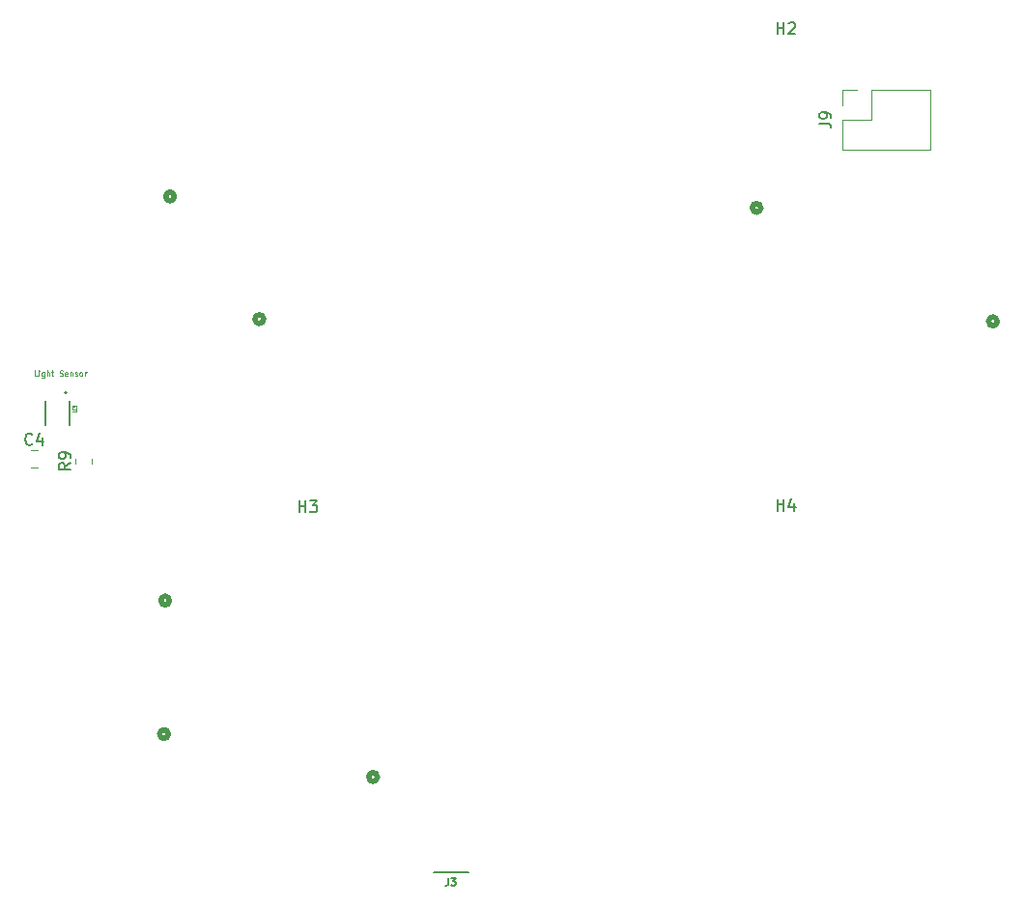
<source format=gbr>
%TF.GenerationSoftware,KiCad,Pcbnew,8.0.1*%
%TF.CreationDate,2024-04-03T12:02:44-06:00*%
%TF.ProjectId,weather_station_pico,77656174-6865-4725-9f73-746174696f6e,rev?*%
%TF.SameCoordinates,Original*%
%TF.FileFunction,Legend,Top*%
%TF.FilePolarity,Positive*%
%FSLAX46Y46*%
G04 Gerber Fmt 4.6, Leading zero omitted, Abs format (unit mm)*
G04 Created by KiCad (PCBNEW 8.0.1) date 2024-04-03 12:02:44*
%MOMM*%
%LPD*%
G01*
G04 APERTURE LIST*
%ADD10C,0.100000*%
%ADD11C,0.150000*%
%ADD12C,0.080000*%
%ADD13C,0.508000*%
%ADD14C,0.120000*%
%ADD15C,0.127000*%
%ADD16C,0.200000*%
G04 APERTURE END LIST*
D10*
X102667931Y-99633609D02*
X102429836Y-99633609D01*
X102429836Y-99633609D02*
X102429836Y-99133609D01*
X102834598Y-99633609D02*
X102834598Y-99300276D01*
X102834598Y-99133609D02*
X102810789Y-99157419D01*
X102810789Y-99157419D02*
X102834598Y-99181228D01*
X102834598Y-99181228D02*
X102858408Y-99157419D01*
X102858408Y-99157419D02*
X102834598Y-99133609D01*
X102834598Y-99133609D02*
X102834598Y-99181228D01*
X103286979Y-99300276D02*
X103286979Y-99705038D01*
X103286979Y-99705038D02*
X103263169Y-99752657D01*
X103263169Y-99752657D02*
X103239360Y-99776466D01*
X103239360Y-99776466D02*
X103191741Y-99800276D01*
X103191741Y-99800276D02*
X103120312Y-99800276D01*
X103120312Y-99800276D02*
X103072693Y-99776466D01*
X103286979Y-99609800D02*
X103239360Y-99633609D01*
X103239360Y-99633609D02*
X103144122Y-99633609D01*
X103144122Y-99633609D02*
X103096503Y-99609800D01*
X103096503Y-99609800D02*
X103072693Y-99585990D01*
X103072693Y-99585990D02*
X103048884Y-99538371D01*
X103048884Y-99538371D02*
X103048884Y-99395514D01*
X103048884Y-99395514D02*
X103072693Y-99347895D01*
X103072693Y-99347895D02*
X103096503Y-99324085D01*
X103096503Y-99324085D02*
X103144122Y-99300276D01*
X103144122Y-99300276D02*
X103239360Y-99300276D01*
X103239360Y-99300276D02*
X103286979Y-99324085D01*
X103525074Y-99633609D02*
X103525074Y-99133609D01*
X103739360Y-99633609D02*
X103739360Y-99371704D01*
X103739360Y-99371704D02*
X103715550Y-99324085D01*
X103715550Y-99324085D02*
X103667931Y-99300276D01*
X103667931Y-99300276D02*
X103596503Y-99300276D01*
X103596503Y-99300276D02*
X103548884Y-99324085D01*
X103548884Y-99324085D02*
X103525074Y-99347895D01*
X103906027Y-99300276D02*
X104096503Y-99300276D01*
X103977455Y-99133609D02*
X103977455Y-99562180D01*
X103977455Y-99562180D02*
X104001265Y-99609800D01*
X104001265Y-99609800D02*
X104048884Y-99633609D01*
X104048884Y-99633609D02*
X104096503Y-99633609D01*
X104620312Y-99609800D02*
X104691740Y-99633609D01*
X104691740Y-99633609D02*
X104810788Y-99633609D01*
X104810788Y-99633609D02*
X104858407Y-99609800D01*
X104858407Y-99609800D02*
X104882216Y-99585990D01*
X104882216Y-99585990D02*
X104906026Y-99538371D01*
X104906026Y-99538371D02*
X104906026Y-99490752D01*
X104906026Y-99490752D02*
X104882216Y-99443133D01*
X104882216Y-99443133D02*
X104858407Y-99419323D01*
X104858407Y-99419323D02*
X104810788Y-99395514D01*
X104810788Y-99395514D02*
X104715550Y-99371704D01*
X104715550Y-99371704D02*
X104667931Y-99347895D01*
X104667931Y-99347895D02*
X104644121Y-99324085D01*
X104644121Y-99324085D02*
X104620312Y-99276466D01*
X104620312Y-99276466D02*
X104620312Y-99228847D01*
X104620312Y-99228847D02*
X104644121Y-99181228D01*
X104644121Y-99181228D02*
X104667931Y-99157419D01*
X104667931Y-99157419D02*
X104715550Y-99133609D01*
X104715550Y-99133609D02*
X104834597Y-99133609D01*
X104834597Y-99133609D02*
X104906026Y-99157419D01*
X105310787Y-99609800D02*
X105263168Y-99633609D01*
X105263168Y-99633609D02*
X105167930Y-99633609D01*
X105167930Y-99633609D02*
X105120311Y-99609800D01*
X105120311Y-99609800D02*
X105096502Y-99562180D01*
X105096502Y-99562180D02*
X105096502Y-99371704D01*
X105096502Y-99371704D02*
X105120311Y-99324085D01*
X105120311Y-99324085D02*
X105167930Y-99300276D01*
X105167930Y-99300276D02*
X105263168Y-99300276D01*
X105263168Y-99300276D02*
X105310787Y-99324085D01*
X105310787Y-99324085D02*
X105334597Y-99371704D01*
X105334597Y-99371704D02*
X105334597Y-99419323D01*
X105334597Y-99419323D02*
X105096502Y-99466942D01*
X105548882Y-99300276D02*
X105548882Y-99633609D01*
X105548882Y-99347895D02*
X105572692Y-99324085D01*
X105572692Y-99324085D02*
X105620311Y-99300276D01*
X105620311Y-99300276D02*
X105691739Y-99300276D01*
X105691739Y-99300276D02*
X105739358Y-99324085D01*
X105739358Y-99324085D02*
X105763168Y-99371704D01*
X105763168Y-99371704D02*
X105763168Y-99633609D01*
X105977454Y-99609800D02*
X106025073Y-99633609D01*
X106025073Y-99633609D02*
X106120311Y-99633609D01*
X106120311Y-99633609D02*
X106167930Y-99609800D01*
X106167930Y-99609800D02*
X106191739Y-99562180D01*
X106191739Y-99562180D02*
X106191739Y-99538371D01*
X106191739Y-99538371D02*
X106167930Y-99490752D01*
X106167930Y-99490752D02*
X106120311Y-99466942D01*
X106120311Y-99466942D02*
X106048882Y-99466942D01*
X106048882Y-99466942D02*
X106001263Y-99443133D01*
X106001263Y-99443133D02*
X105977454Y-99395514D01*
X105977454Y-99395514D02*
X105977454Y-99371704D01*
X105977454Y-99371704D02*
X106001263Y-99324085D01*
X106001263Y-99324085D02*
X106048882Y-99300276D01*
X106048882Y-99300276D02*
X106120311Y-99300276D01*
X106120311Y-99300276D02*
X106167930Y-99324085D01*
X106477454Y-99633609D02*
X106429835Y-99609800D01*
X106429835Y-99609800D02*
X106406025Y-99585990D01*
X106406025Y-99585990D02*
X106382216Y-99538371D01*
X106382216Y-99538371D02*
X106382216Y-99395514D01*
X106382216Y-99395514D02*
X106406025Y-99347895D01*
X106406025Y-99347895D02*
X106429835Y-99324085D01*
X106429835Y-99324085D02*
X106477454Y-99300276D01*
X106477454Y-99300276D02*
X106548882Y-99300276D01*
X106548882Y-99300276D02*
X106596501Y-99324085D01*
X106596501Y-99324085D02*
X106620311Y-99347895D01*
X106620311Y-99347895D02*
X106644120Y-99395514D01*
X106644120Y-99395514D02*
X106644120Y-99538371D01*
X106644120Y-99538371D02*
X106620311Y-99585990D01*
X106620311Y-99585990D02*
X106596501Y-99609800D01*
X106596501Y-99609800D02*
X106548882Y-99633609D01*
X106548882Y-99633609D02*
X106477454Y-99633609D01*
X106858406Y-99633609D02*
X106858406Y-99300276D01*
X106858406Y-99395514D02*
X106882216Y-99347895D01*
X106882216Y-99347895D02*
X106906025Y-99324085D01*
X106906025Y-99324085D02*
X106953644Y-99300276D01*
X106953644Y-99300276D02*
X107001263Y-99300276D01*
D11*
X167538095Y-69654819D02*
X167538095Y-68654819D01*
X167538095Y-69131009D02*
X168109523Y-69131009D01*
X168109523Y-69654819D02*
X168109523Y-68654819D01*
X168538095Y-68750057D02*
X168585714Y-68702438D01*
X168585714Y-68702438D02*
X168680952Y-68654819D01*
X168680952Y-68654819D02*
X168919047Y-68654819D01*
X168919047Y-68654819D02*
X169014285Y-68702438D01*
X169014285Y-68702438D02*
X169061904Y-68750057D01*
X169061904Y-68750057D02*
X169109523Y-68845295D01*
X169109523Y-68845295D02*
X169109523Y-68940533D01*
X169109523Y-68940533D02*
X169061904Y-69083390D01*
X169061904Y-69083390D02*
X168490476Y-69654819D01*
X168490476Y-69654819D02*
X169109523Y-69654819D01*
X171229819Y-77503333D02*
X171944104Y-77503333D01*
X171944104Y-77503333D02*
X172086961Y-77550952D01*
X172086961Y-77550952D02*
X172182200Y-77646190D01*
X172182200Y-77646190D02*
X172229819Y-77789047D01*
X172229819Y-77789047D02*
X172229819Y-77884285D01*
X172229819Y-76979523D02*
X172229819Y-76789047D01*
X172229819Y-76789047D02*
X172182200Y-76693809D01*
X172182200Y-76693809D02*
X172134580Y-76646190D01*
X172134580Y-76646190D02*
X171991723Y-76550952D01*
X171991723Y-76550952D02*
X171801247Y-76503333D01*
X171801247Y-76503333D02*
X171420295Y-76503333D01*
X171420295Y-76503333D02*
X171325057Y-76550952D01*
X171325057Y-76550952D02*
X171277438Y-76598571D01*
X171277438Y-76598571D02*
X171229819Y-76693809D01*
X171229819Y-76693809D02*
X171229819Y-76884285D01*
X171229819Y-76884285D02*
X171277438Y-76979523D01*
X171277438Y-76979523D02*
X171325057Y-77027142D01*
X171325057Y-77027142D02*
X171420295Y-77074761D01*
X171420295Y-77074761D02*
X171658390Y-77074761D01*
X171658390Y-77074761D02*
X171753628Y-77027142D01*
X171753628Y-77027142D02*
X171801247Y-76979523D01*
X171801247Y-76979523D02*
X171848866Y-76884285D01*
X171848866Y-76884285D02*
X171848866Y-76693809D01*
X171848866Y-76693809D02*
X171801247Y-76598571D01*
X171801247Y-76598571D02*
X171753628Y-76550952D01*
X171753628Y-76550952D02*
X171658390Y-76503333D01*
X125628095Y-111564819D02*
X125628095Y-110564819D01*
X125628095Y-111041009D02*
X126199523Y-111041009D01*
X126199523Y-111564819D02*
X126199523Y-110564819D01*
X126580476Y-110564819D02*
X127199523Y-110564819D01*
X127199523Y-110564819D02*
X126866190Y-110945771D01*
X126866190Y-110945771D02*
X127009047Y-110945771D01*
X127009047Y-110945771D02*
X127104285Y-110993390D01*
X127104285Y-110993390D02*
X127151904Y-111041009D01*
X127151904Y-111041009D02*
X127199523Y-111136247D01*
X127199523Y-111136247D02*
X127199523Y-111374342D01*
X127199523Y-111374342D02*
X127151904Y-111469580D01*
X127151904Y-111469580D02*
X127104285Y-111517200D01*
X127104285Y-111517200D02*
X127009047Y-111564819D01*
X127009047Y-111564819D02*
X126723333Y-111564819D01*
X126723333Y-111564819D02*
X126628095Y-111517200D01*
X126628095Y-111517200D02*
X126580476Y-111469580D01*
X102240833Y-105579580D02*
X102193214Y-105627200D01*
X102193214Y-105627200D02*
X102050357Y-105674819D01*
X102050357Y-105674819D02*
X101955119Y-105674819D01*
X101955119Y-105674819D02*
X101812262Y-105627200D01*
X101812262Y-105627200D02*
X101717024Y-105531961D01*
X101717024Y-105531961D02*
X101669405Y-105436723D01*
X101669405Y-105436723D02*
X101621786Y-105246247D01*
X101621786Y-105246247D02*
X101621786Y-105103390D01*
X101621786Y-105103390D02*
X101669405Y-104912914D01*
X101669405Y-104912914D02*
X101717024Y-104817676D01*
X101717024Y-104817676D02*
X101812262Y-104722438D01*
X101812262Y-104722438D02*
X101955119Y-104674819D01*
X101955119Y-104674819D02*
X102050357Y-104674819D01*
X102050357Y-104674819D02*
X102193214Y-104722438D01*
X102193214Y-104722438D02*
X102240833Y-104770057D01*
X103097976Y-105008152D02*
X103097976Y-105674819D01*
X102859881Y-104627200D02*
X102621786Y-105341485D01*
X102621786Y-105341485D02*
X103240833Y-105341485D01*
D12*
X105772078Y-102759809D02*
X106031125Y-102759809D01*
X106031125Y-102759809D02*
X106061601Y-102744571D01*
X106061601Y-102744571D02*
X106076840Y-102729333D01*
X106076840Y-102729333D02*
X106092078Y-102698857D01*
X106092078Y-102698857D02*
X106092078Y-102637904D01*
X106092078Y-102637904D02*
X106076840Y-102607428D01*
X106076840Y-102607428D02*
X106061601Y-102592190D01*
X106061601Y-102592190D02*
X106031125Y-102576952D01*
X106031125Y-102576952D02*
X105772078Y-102576952D01*
X105772078Y-102455047D02*
X105772078Y-102256952D01*
X105772078Y-102256952D02*
X105893982Y-102363619D01*
X105893982Y-102363619D02*
X105893982Y-102317904D01*
X105893982Y-102317904D02*
X105909220Y-102287428D01*
X105909220Y-102287428D02*
X105924459Y-102272190D01*
X105924459Y-102272190D02*
X105954935Y-102256952D01*
X105954935Y-102256952D02*
X106031125Y-102256952D01*
X106031125Y-102256952D02*
X106061601Y-102272190D01*
X106061601Y-102272190D02*
X106076840Y-102287428D01*
X106076840Y-102287428D02*
X106092078Y-102317904D01*
X106092078Y-102317904D02*
X106092078Y-102409333D01*
X106092078Y-102409333D02*
X106076840Y-102439809D01*
X106076840Y-102439809D02*
X106061601Y-102455047D01*
D11*
X167538095Y-111437819D02*
X167538095Y-110437819D01*
X167538095Y-110914009D02*
X168109523Y-110914009D01*
X168109523Y-111437819D02*
X168109523Y-110437819D01*
X169014285Y-110771152D02*
X169014285Y-111437819D01*
X168776190Y-110390200D02*
X168538095Y-111104485D01*
X168538095Y-111104485D02*
X169157142Y-111104485D01*
X138699429Y-143656709D02*
X138699429Y-144114301D01*
X138699429Y-144114301D02*
X138668923Y-144205819D01*
X138668923Y-144205819D02*
X138607911Y-144266832D01*
X138607911Y-144266832D02*
X138516392Y-144297338D01*
X138516392Y-144297338D02*
X138455380Y-144297338D01*
X138943478Y-143656709D02*
X139340058Y-143656709D01*
X139340058Y-143656709D02*
X139126515Y-143900758D01*
X139126515Y-143900758D02*
X139218033Y-143900758D01*
X139218033Y-143900758D02*
X139279046Y-143931264D01*
X139279046Y-143931264D02*
X139309552Y-143961770D01*
X139309552Y-143961770D02*
X139340058Y-144022782D01*
X139340058Y-144022782D02*
X139340058Y-144175313D01*
X139340058Y-144175313D02*
X139309552Y-144236325D01*
X139309552Y-144236325D02*
X139279046Y-144266832D01*
X139279046Y-144266832D02*
X139218033Y-144297338D01*
X139218033Y-144297338D02*
X139034996Y-144297338D01*
X139034996Y-144297338D02*
X138973984Y-144266832D01*
X138973984Y-144266832D02*
X138943478Y-144236325D01*
X105549819Y-107266666D02*
X105073628Y-107599999D01*
X105549819Y-107838094D02*
X104549819Y-107838094D01*
X104549819Y-107838094D02*
X104549819Y-107457142D01*
X104549819Y-107457142D02*
X104597438Y-107361904D01*
X104597438Y-107361904D02*
X104645057Y-107314285D01*
X104645057Y-107314285D02*
X104740295Y-107266666D01*
X104740295Y-107266666D02*
X104883152Y-107266666D01*
X104883152Y-107266666D02*
X104978390Y-107314285D01*
X104978390Y-107314285D02*
X105026009Y-107361904D01*
X105026009Y-107361904D02*
X105073628Y-107457142D01*
X105073628Y-107457142D02*
X105073628Y-107838094D01*
X105549819Y-106790475D02*
X105549819Y-106599999D01*
X105549819Y-106599999D02*
X105502200Y-106504761D01*
X105502200Y-106504761D02*
X105454580Y-106457142D01*
X105454580Y-106457142D02*
X105311723Y-106361904D01*
X105311723Y-106361904D02*
X105121247Y-106314285D01*
X105121247Y-106314285D02*
X104740295Y-106314285D01*
X104740295Y-106314285D02*
X104645057Y-106361904D01*
X104645057Y-106361904D02*
X104597438Y-106409523D01*
X104597438Y-106409523D02*
X104549819Y-106504761D01*
X104549819Y-106504761D02*
X104549819Y-106695237D01*
X104549819Y-106695237D02*
X104597438Y-106790475D01*
X104597438Y-106790475D02*
X104645057Y-106838094D01*
X104645057Y-106838094D02*
X104740295Y-106885713D01*
X104740295Y-106885713D02*
X104978390Y-106885713D01*
X104978390Y-106885713D02*
X105073628Y-106838094D01*
X105073628Y-106838094D02*
X105121247Y-106790475D01*
X105121247Y-106790475D02*
X105168866Y-106695237D01*
X105168866Y-106695237D02*
X105168866Y-106504761D01*
X105168866Y-106504761D02*
X105121247Y-106409523D01*
X105121247Y-106409523D02*
X105073628Y-106361904D01*
X105073628Y-106361904D02*
X104978390Y-106314285D01*
D13*
%TO.C,J2*%
X114166800Y-131017799D02*
G75*
G02*
X113404800Y-131017799I-381000J0D01*
G01*
X113404800Y-131017799D02*
G75*
G02*
X114166800Y-131017799I381000J0D01*
G01*
D14*
%TO.C,J9*%
X173215000Y-74570000D02*
X174545000Y-74570000D01*
X173215000Y-75900000D02*
X173215000Y-74570000D01*
X173215000Y-77170000D02*
X175815000Y-77170000D01*
X173215000Y-79770000D02*
X173215000Y-77170000D01*
X173215000Y-79770000D02*
X180955000Y-79770000D01*
X175815000Y-74570000D02*
X180955000Y-74570000D01*
X175815000Y-77170000D02*
X175815000Y-74570000D01*
X180955000Y-79770000D02*
X180955000Y-74570000D01*
%TO.C,C4*%
X102146248Y-107635000D02*
X102668752Y-107635000D01*
X102146248Y-106165000D02*
X102668752Y-106165000D01*
D15*
%TO.C,U3*%
X105495000Y-101850000D02*
X105495000Y-103950000D01*
X103395000Y-101850000D02*
X103395000Y-103950000D01*
D16*
X105245000Y-101100000D02*
G75*
G02*
X105045000Y-101100000I-100000J0D01*
G01*
X105045000Y-101100000D02*
G75*
G02*
X105245000Y-101100000I100000J0D01*
G01*
D15*
%TO.C,J3*%
X140445000Y-143100000D02*
X137445000Y-143100000D01*
D14*
%TO.C,R9*%
X107480000Y-107327064D02*
X107480000Y-106872936D01*
X106010000Y-107327064D02*
X106010000Y-106872936D01*
D13*
%TO.C,J1*%
X132485200Y-134782201D02*
G75*
G02*
X131723200Y-134782201I-381000J0D01*
G01*
X131723200Y-134782201D02*
G75*
G02*
X132485200Y-134782201I381000J0D01*
G01*
%TO.C,J5*%
X186811000Y-94849999D02*
G75*
G02*
X186049000Y-94849999I-381000J0D01*
G01*
X186049000Y-94849999D02*
G75*
G02*
X186811000Y-94849999I381000J0D01*
G01*
%TO.C,J6*%
X122511000Y-94649999D02*
G75*
G02*
X121749000Y-94649999I-381000J0D01*
G01*
X121749000Y-94649999D02*
G75*
G02*
X122511000Y-94649999I381000J0D01*
G01*
%TO.C,J4*%
X114266801Y-119320000D02*
G75*
G02*
X113504801Y-119320000I-381000J0D01*
G01*
X113504801Y-119320000D02*
G75*
G02*
X114266801Y-119320000I381000J0D01*
G01*
%TO.C,J7*%
X114695001Y-83900000D02*
G75*
G02*
X113933001Y-83900000I-381000J0D01*
G01*
X113933001Y-83900000D02*
G75*
G02*
X114695001Y-83900000I381000J0D01*
G01*
%TO.C,J8*%
X166095001Y-84900000D02*
G75*
G02*
X165333001Y-84900000I-381000J0D01*
G01*
X165333001Y-84900000D02*
G75*
G02*
X166095001Y-84900000I381000J0D01*
G01*
%TD*%
M02*

</source>
